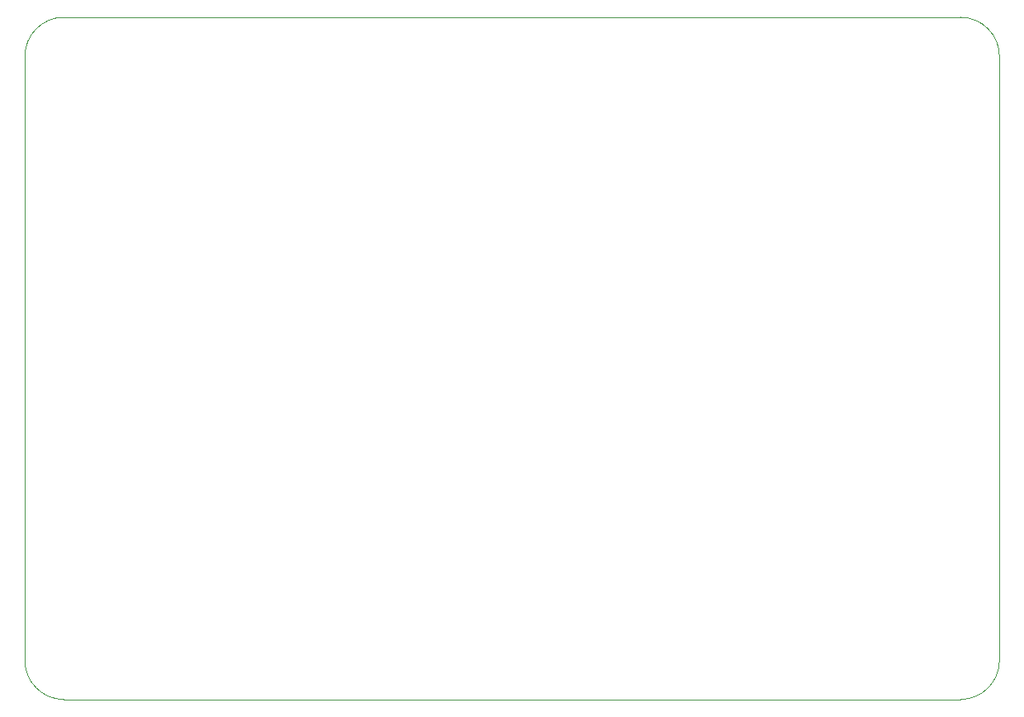
<source format=gbr>
%TF.GenerationSoftware,KiCad,Pcbnew,(6.0.11)*%
%TF.CreationDate,2024-04-25T22:51:55+03:00*%
%TF.ProjectId,avr-co2-detector,6176722d-636f-4322-9d64-65746563746f,rev.2*%
%TF.SameCoordinates,Original*%
%TF.FileFunction,Profile,NP*%
%FSLAX46Y46*%
G04 Gerber Fmt 4.6, Leading zero omitted, Abs format (unit mm)*
G04 Created by KiCad (PCBNEW (6.0.11)) date 2024-04-25 22:51:55*
%MOMM*%
%LPD*%
G01*
G04 APERTURE LIST*
%TA.AperFunction,Profile*%
%ADD10C,0.100000*%
%TD*%
G04 APERTURE END LIST*
D10*
X183000000Y-68000000D02*
X183000000Y-130000000D01*
X87000000Y-64000000D02*
G75*
G03*
X83000000Y-68000000I0J-4000000D01*
G01*
X83000000Y-130000000D02*
G75*
G03*
X87000000Y-134000000I4000000J0D01*
G01*
X179000000Y-134000000D02*
G75*
G03*
X183000000Y-130000000I0J4000000D01*
G01*
X83000000Y-130000000D02*
X83000000Y-68000000D01*
X179000000Y-134000000D02*
X87000000Y-134000000D01*
X87000000Y-64000000D02*
X179000000Y-64000000D01*
X183000000Y-68000000D02*
G75*
G03*
X179000000Y-64000000I-4000000J0D01*
G01*
M02*

</source>
